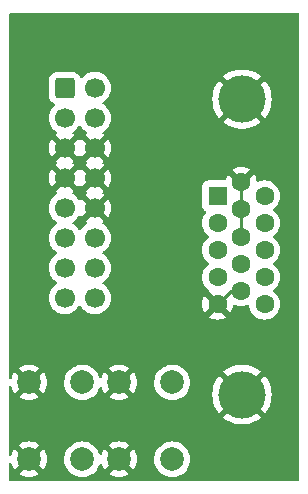
<source format=gbr>
%TF.GenerationSoftware,KiCad,Pcbnew,(7.0.0)*%
%TF.CreationDate,2023-03-04T23:02:33+00:00*%
%TF.ProjectId,VGA_ConnectorV2.kicad_pro,5647415f-436f-46e6-9e65-63746f725632,rev?*%
%TF.SameCoordinates,Original*%
%TF.FileFunction,Copper,L2,Bot*%
%TF.FilePolarity,Positive*%
%FSLAX46Y46*%
G04 Gerber Fmt 4.6, Leading zero omitted, Abs format (unit mm)*
G04 Created by KiCad (PCBNEW (7.0.0)) date 2023-03-04 23:02:33*
%MOMM*%
%LPD*%
G01*
G04 APERTURE LIST*
G04 Aperture macros list*
%AMRoundRect*
0 Rectangle with rounded corners*
0 $1 Rounding radius*
0 $2 $3 $4 $5 $6 $7 $8 $9 X,Y pos of 4 corners*
0 Add a 4 corners polygon primitive as box body*
4,1,4,$2,$3,$4,$5,$6,$7,$8,$9,$2,$3,0*
0 Add four circle primitives for the rounded corners*
1,1,$1+$1,$2,$3*
1,1,$1+$1,$4,$5*
1,1,$1+$1,$6,$7*
1,1,$1+$1,$8,$9*
0 Add four rect primitives between the rounded corners*
20,1,$1+$1,$2,$3,$4,$5,0*
20,1,$1+$1,$4,$5,$6,$7,0*
20,1,$1+$1,$6,$7,$8,$9,0*
20,1,$1+$1,$8,$9,$2,$3,0*%
G04 Aperture macros list end*
%TA.AperFunction,ComponentPad*%
%ADD10C,2.000000*%
%TD*%
%TA.AperFunction,ComponentPad*%
%ADD11RoundRect,0.250000X-0.600000X-0.600000X0.600000X-0.600000X0.600000X0.600000X-0.600000X0.600000X0*%
%TD*%
%TA.AperFunction,ComponentPad*%
%ADD12C,1.700000*%
%TD*%
%TA.AperFunction,ComponentPad*%
%ADD13C,1.600000*%
%TD*%
%TA.AperFunction,ComponentPad*%
%ADD14R,1.600000X1.600000*%
%TD*%
%TA.AperFunction,ComponentPad*%
%ADD15C,4.000000*%
%TD*%
%TA.AperFunction,Conductor*%
%ADD16C,0.250000*%
%TD*%
G04 APERTURE END LIST*
D10*
%TO.P,SW2,1,A*%
%TO.N,/~{PICO_RST}*%
X151838000Y-101289000D03*
X151838000Y-94789000D03*
%TO.P,SW2,2,B*%
%TO.N,GND*%
X147338000Y-101289000D03*
X147338000Y-94789000D03*
%TD*%
%TO.P,SW1,1,A*%
%TO.N,/~{SCR_CAP}*%
X144218000Y-101289000D03*
X144218000Y-94789000D03*
%TO.P,SW1,2,B*%
%TO.N,GND*%
X139718000Y-101289000D03*
X139718000Y-94789000D03*
%TD*%
D11*
%TO.P,J1,1,Pin_1*%
%TO.N,/VGA_RED*%
X142746000Y-69850000D03*
D12*
%TO.P,J1,2,Pin_2*%
%TO.N,/VGA_GREEN*%
X145286000Y-69850000D03*
%TO.P,J1,3,Pin_3*%
%TO.N,/VGA_BLUE*%
X142746000Y-72390000D03*
%TO.P,J1,4,Pin_4*%
%TO.N,unconnected-(J1-Pin_4-Pad4)*%
X145286000Y-72390000D03*
%TO.P,J1,5,Pin_5*%
%TO.N,GND*%
X142746000Y-74930000D03*
%TO.P,J1,6,Pin_6*%
X145286000Y-74930000D03*
%TO.P,J1,7,Pin_7*%
X142746000Y-77470000D03*
%TO.P,J1,8,Pin_8*%
X145286000Y-77470000D03*
%TO.P,J1,9,Pin_9*%
%TO.N,/~{SCR_CAP}*%
X142746000Y-80010000D03*
%TO.P,J1,10,Pin_10*%
%TO.N,GND*%
X145286000Y-80010000D03*
%TO.P,J1,11,Pin_11*%
%TO.N,unconnected-(J1-Pin_11-Pad11)*%
X142746000Y-82550000D03*
%TO.P,J1,12,Pin_12*%
%TO.N,/~{PICO_RST}*%
X145286000Y-82550000D03*
%TO.P,J1,13,Pin_13*%
%TO.N,/HSYNC*%
X142746000Y-85090000D03*
%TO.P,J1,14,Pin_14*%
%TO.N,/VSYNC*%
X145286000Y-85090000D03*
%TO.P,J1,15,Pin_15*%
%TO.N,unconnected-(J1-Pin_15-Pad15)*%
X142746000Y-87630000D03*
%TO.P,J1,16,Pin_16*%
%TO.N,unconnected-(J1-Pin_16-Pad16)*%
X145286000Y-87630000D03*
%TD*%
D13*
%TO.P,J2,15*%
%TO.N,unconnected-(J2-Pad15)*%
X159662000Y-88154000D03*
%TO.P,J2,14*%
%TO.N,/VSYNC*%
X159662000Y-85864000D03*
%TO.P,J2,13*%
%TO.N,/HSYNC*%
X159662000Y-83574000D03*
%TO.P,J2,12*%
%TO.N,unconnected-(J2-Pad12)*%
X159662000Y-81284000D03*
%TO.P,J2,11*%
%TO.N,unconnected-(J2-Pad11)*%
X159662000Y-78994000D03*
%TO.P,J2,10*%
%TO.N,GND*%
X157682000Y-87009000D03*
%TO.P,J2,9*%
%TO.N,unconnected-(J2-Pad9)*%
X157682000Y-84719000D03*
%TO.P,J2,8*%
%TO.N,GND*%
X157682000Y-82429000D03*
%TO.P,J2,7*%
X157682000Y-80139000D03*
%TO.P,J2,6*%
X157682000Y-77849000D03*
%TO.P,J2,5*%
X155702000Y-88154000D03*
%TO.P,J2,4*%
%TO.N,unconnected-(J2-Pad4)*%
X155702000Y-85864000D03*
%TO.P,J2,3*%
%TO.N,/VGA_BLUE*%
X155702000Y-83574000D03*
%TO.P,J2,2*%
%TO.N,/VGA_GREEN*%
X155702000Y-81284000D03*
D14*
%TO.P,J2,1*%
%TO.N,/VGA_RED*%
X155701999Y-78993999D03*
D15*
%TO.P,J2,0*%
%TO.N,GND*%
X157752000Y-70809000D03*
X157752000Y-95809000D03*
%TD*%
D16*
%TO.N,GND*%
X149243000Y-85922000D02*
X149243000Y-83967000D01*
X150324000Y-87003000D02*
X149243000Y-85922000D01*
X154551000Y-87003000D02*
X150324000Y-87003000D01*
X149243000Y-83967000D02*
X145286000Y-80010000D01*
X155702000Y-88154000D02*
X154551000Y-87003000D01*
X142968000Y-98039000D02*
X139718000Y-101289000D01*
X144088000Y-98039000D02*
X147338000Y-94789000D01*
X142968000Y-98039000D02*
X139718000Y-94789000D01*
X144088000Y-98039000D02*
X142968000Y-98039000D01*
X147338000Y-101289000D02*
X144088000Y-98039000D01*
X147338000Y-94789000D02*
X150588000Y-98039000D01*
X147338000Y-101289000D02*
X150588000Y-98039000D01*
X155857000Y-97704000D02*
X157752000Y-95809000D01*
X155522000Y-98039000D02*
X155857000Y-97704000D01*
X150588000Y-98039000D02*
X155522000Y-98039000D01*
X156033000Y-76200000D02*
X157682000Y-77849000D01*
X146556000Y-76200000D02*
X156033000Y-76200000D01*
X146556000Y-76200000D02*
X145286000Y-74930000D01*
X145286000Y-77470000D02*
X146556000Y-76200000D01*
X145286000Y-77470000D02*
X144016000Y-78740000D01*
X144016000Y-78740000D02*
X142746000Y-77470000D01*
X145286000Y-80010000D02*
X144016000Y-78740000D01*
X142746000Y-74930000D02*
X145286000Y-77470000D01*
X142746000Y-77470000D02*
X145286000Y-74930000D01*
X157682000Y-80139000D02*
X157682000Y-82429000D01*
X160292000Y-73349000D02*
X157752000Y-70809000D01*
X160292000Y-75239000D02*
X160292000Y-73349000D01*
X157682000Y-87009000D02*
X156847000Y-87009000D01*
X157682000Y-77849000D02*
X160292000Y-75239000D01*
X156847000Y-87009000D02*
X155702000Y-88154000D01*
X157682000Y-77849000D02*
X157682000Y-80139000D01*
X155702000Y-88154000D02*
X154450000Y-89406000D01*
X154450000Y-89406000D02*
X154450000Y-92507000D01*
X154450000Y-92507000D02*
X157752000Y-95809000D01*
%TD*%
%TA.AperFunction,Conductor*%
%TO.N,GND*%
G36*
X162548500Y-63526381D02*
G01*
X162594619Y-63572500D01*
X162611500Y-63635500D01*
X162611500Y-102982500D01*
X162594619Y-103045500D01*
X162548500Y-103091619D01*
X162485500Y-103108500D01*
X138138500Y-103108500D01*
X138075500Y-103091619D01*
X138029381Y-103045500D01*
X138012500Y-102982500D01*
X138012500Y-102521619D01*
X138848183Y-102521619D01*
X138856286Y-102529565D01*
X139027044Y-102634206D01*
X139035839Y-102638687D01*
X139245987Y-102725733D01*
X139255373Y-102728783D01*
X139476554Y-102781884D01*
X139486300Y-102783428D01*
X139713070Y-102801275D01*
X139722930Y-102801275D01*
X139949699Y-102783428D01*
X139959445Y-102781884D01*
X140180626Y-102728783D01*
X140190012Y-102725733D01*
X140400162Y-102638686D01*
X140408957Y-102634205D01*
X140579708Y-102529568D01*
X140587814Y-102521619D01*
X140581787Y-102511997D01*
X139729729Y-101659939D01*
X139717999Y-101653167D01*
X139706271Y-101659938D01*
X138854208Y-102512000D01*
X138848183Y-102521619D01*
X138012500Y-102521619D01*
X138012500Y-101709408D01*
X138026992Y-101650741D01*
X138067133Y-101605568D01*
X138123690Y-101584281D01*
X138183654Y-101591777D01*
X138233232Y-101626330D01*
X138261019Y-101679994D01*
X138278216Y-101751626D01*
X138281266Y-101761012D01*
X138368312Y-101971160D01*
X138372793Y-101979955D01*
X138477433Y-102150712D01*
X138485379Y-102158816D01*
X138494997Y-102152791D01*
X139347059Y-101300730D01*
X139353832Y-101288999D01*
X140082167Y-101288999D01*
X140088939Y-101300729D01*
X140940997Y-102152787D01*
X140950619Y-102158814D01*
X140958568Y-102150708D01*
X141063205Y-101979957D01*
X141067686Y-101971162D01*
X141154733Y-101761012D01*
X141157783Y-101751626D01*
X141210884Y-101530445D01*
X141212428Y-101520699D01*
X141230275Y-101293930D01*
X141230275Y-101289000D01*
X142704835Y-101289000D01*
X142705223Y-101293930D01*
X142723076Y-101520777D01*
X142723077Y-101520785D01*
X142723465Y-101525711D01*
X142724619Y-101530519D01*
X142724620Y-101530523D01*
X142777739Y-101751781D01*
X142777740Y-101751786D01*
X142778895Y-101756594D01*
X142869760Y-101975963D01*
X142993824Y-102178416D01*
X143148031Y-102358969D01*
X143328584Y-102513176D01*
X143531037Y-102637240D01*
X143750406Y-102728105D01*
X143981289Y-102783535D01*
X144218000Y-102802165D01*
X144454711Y-102783535D01*
X144685594Y-102728105D01*
X144904963Y-102637240D01*
X145093638Y-102521619D01*
X146468183Y-102521619D01*
X146476286Y-102529565D01*
X146647044Y-102634206D01*
X146655839Y-102638687D01*
X146865987Y-102725733D01*
X146875373Y-102728783D01*
X147096554Y-102781884D01*
X147106300Y-102783428D01*
X147333070Y-102801275D01*
X147342930Y-102801275D01*
X147569699Y-102783428D01*
X147579445Y-102781884D01*
X147800626Y-102728783D01*
X147810012Y-102725733D01*
X148020162Y-102638686D01*
X148028957Y-102634205D01*
X148199708Y-102529568D01*
X148207814Y-102521619D01*
X148201787Y-102511997D01*
X147349729Y-101659939D01*
X147337999Y-101653167D01*
X147326271Y-101659938D01*
X146474208Y-102512000D01*
X146468183Y-102521619D01*
X145093638Y-102521619D01*
X145107416Y-102513176D01*
X145287969Y-102358969D01*
X145442176Y-102178416D01*
X145566240Y-101975963D01*
X145657105Y-101756594D01*
X145658262Y-101751771D01*
X145658428Y-101751263D01*
X145692006Y-101698348D01*
X145746923Y-101668154D01*
X145809593Y-101668151D01*
X145864512Y-101698340D01*
X145898094Y-101751253D01*
X145901262Y-101761002D01*
X145988312Y-101971160D01*
X145992793Y-101979955D01*
X146097433Y-102150712D01*
X146105379Y-102158816D01*
X146114997Y-102152791D01*
X146967059Y-101300730D01*
X146973832Y-101288999D01*
X147702167Y-101288999D01*
X147708939Y-101300729D01*
X148560997Y-102152787D01*
X148570619Y-102158814D01*
X148578568Y-102150708D01*
X148683205Y-101979957D01*
X148687686Y-101971162D01*
X148774733Y-101761012D01*
X148777783Y-101751626D01*
X148830884Y-101530445D01*
X148832428Y-101520699D01*
X148850275Y-101293930D01*
X148850275Y-101289000D01*
X150324835Y-101289000D01*
X150325223Y-101293930D01*
X150343076Y-101520777D01*
X150343077Y-101520785D01*
X150343465Y-101525711D01*
X150344619Y-101530519D01*
X150344620Y-101530523D01*
X150397739Y-101751781D01*
X150397740Y-101751786D01*
X150398895Y-101756594D01*
X150489760Y-101975963D01*
X150613824Y-102178416D01*
X150768031Y-102358969D01*
X150948584Y-102513176D01*
X151151037Y-102637240D01*
X151370406Y-102728105D01*
X151601289Y-102783535D01*
X151838000Y-102802165D01*
X152074711Y-102783535D01*
X152305594Y-102728105D01*
X152524963Y-102637240D01*
X152727416Y-102513176D01*
X152907969Y-102358969D01*
X153062176Y-102178416D01*
X153186240Y-101975963D01*
X153277105Y-101756594D01*
X153332535Y-101525711D01*
X153351165Y-101289000D01*
X153332535Y-101052289D01*
X153277105Y-100821406D01*
X153186240Y-100602037D01*
X153062176Y-100399584D01*
X152907969Y-100219031D01*
X152904213Y-100215823D01*
X152731175Y-100068034D01*
X152731171Y-100068031D01*
X152727416Y-100064824D01*
X152524963Y-99940760D01*
X152505440Y-99932673D01*
X152310167Y-99851789D01*
X152310164Y-99851788D01*
X152305594Y-99849895D01*
X152300786Y-99848740D01*
X152300781Y-99848739D01*
X152079523Y-99795620D01*
X152079519Y-99795619D01*
X152074711Y-99794465D01*
X152069785Y-99794077D01*
X152069777Y-99794076D01*
X151842930Y-99776223D01*
X151838000Y-99775835D01*
X151833070Y-99776223D01*
X151606222Y-99794076D01*
X151606212Y-99794077D01*
X151601289Y-99794465D01*
X151596482Y-99795619D01*
X151596476Y-99795620D01*
X151375218Y-99848739D01*
X151375209Y-99848741D01*
X151370406Y-99849895D01*
X151365838Y-99851786D01*
X151365832Y-99851789D01*
X151155611Y-99938865D01*
X151155606Y-99938867D01*
X151151037Y-99940760D01*
X151146817Y-99943345D01*
X151146817Y-99943346D01*
X150952798Y-100062241D01*
X150952792Y-100062245D01*
X150948584Y-100064824D01*
X150944834Y-100068026D01*
X150944824Y-100068034D01*
X150771786Y-100215823D01*
X150771779Y-100215829D01*
X150768031Y-100219031D01*
X150764829Y-100222779D01*
X150764823Y-100222786D01*
X150617034Y-100395824D01*
X150617026Y-100395834D01*
X150613824Y-100399584D01*
X150611245Y-100403792D01*
X150611241Y-100403798D01*
X150596848Y-100427286D01*
X150489760Y-100602037D01*
X150487867Y-100606606D01*
X150487865Y-100606611D01*
X150400789Y-100816832D01*
X150400786Y-100816838D01*
X150398895Y-100821406D01*
X150397741Y-100826209D01*
X150397739Y-100826218D01*
X150357526Y-100993719D01*
X150343465Y-101052289D01*
X150343077Y-101057212D01*
X150343076Y-101057222D01*
X150325758Y-101277270D01*
X150324835Y-101289000D01*
X148850275Y-101289000D01*
X148850275Y-101284070D01*
X148832428Y-101057300D01*
X148830884Y-101047554D01*
X148777783Y-100826373D01*
X148774733Y-100816987D01*
X148687687Y-100606839D01*
X148683206Y-100598044D01*
X148578565Y-100427286D01*
X148570619Y-100419183D01*
X148561000Y-100425208D01*
X147708938Y-101277271D01*
X147702167Y-101288999D01*
X146973832Y-101288999D01*
X146967060Y-101277270D01*
X146114999Y-100425209D01*
X146105378Y-100419183D01*
X146097433Y-100427285D01*
X145992793Y-100598044D01*
X145988312Y-100606839D01*
X145901266Y-100816987D01*
X145898094Y-100826749D01*
X145864511Y-100879660D01*
X145809592Y-100909848D01*
X145746923Y-100909845D01*
X145692007Y-100879652D01*
X145658429Y-100826739D01*
X145658260Y-100826218D01*
X145657105Y-100821406D01*
X145566240Y-100602037D01*
X145442176Y-100399584D01*
X145287969Y-100219031D01*
X145284213Y-100215823D01*
X145111175Y-100068034D01*
X145111171Y-100068031D01*
X145107416Y-100064824D01*
X145093633Y-100056378D01*
X146468183Y-100056378D01*
X146474209Y-100065999D01*
X147326270Y-100918060D01*
X147337999Y-100924832D01*
X147349730Y-100918059D01*
X148201791Y-100065997D01*
X148207816Y-100056379D01*
X148199712Y-100048433D01*
X148028955Y-99943793D01*
X148020160Y-99939312D01*
X147810012Y-99852266D01*
X147800626Y-99849216D01*
X147579445Y-99796115D01*
X147569699Y-99794571D01*
X147342930Y-99776725D01*
X147333070Y-99776725D01*
X147106300Y-99794571D01*
X147096554Y-99796115D01*
X146875373Y-99849216D01*
X146865987Y-99852266D01*
X146655839Y-99939312D01*
X146647044Y-99943793D01*
X146476285Y-100048433D01*
X146468183Y-100056378D01*
X145093633Y-100056378D01*
X144904963Y-99940760D01*
X144885440Y-99932673D01*
X144690167Y-99851789D01*
X144690164Y-99851788D01*
X144685594Y-99849895D01*
X144680786Y-99848740D01*
X144680781Y-99848739D01*
X144459523Y-99795620D01*
X144459519Y-99795619D01*
X144454711Y-99794465D01*
X144449785Y-99794077D01*
X144449777Y-99794076D01*
X144222930Y-99776223D01*
X144218000Y-99775835D01*
X144213070Y-99776223D01*
X143986222Y-99794076D01*
X143986212Y-99794077D01*
X143981289Y-99794465D01*
X143976482Y-99795619D01*
X143976476Y-99795620D01*
X143755218Y-99848739D01*
X143755209Y-99848741D01*
X143750406Y-99849895D01*
X143745838Y-99851786D01*
X143745832Y-99851789D01*
X143535611Y-99938865D01*
X143535606Y-99938867D01*
X143531037Y-99940760D01*
X143526817Y-99943345D01*
X143526817Y-99943346D01*
X143332798Y-100062241D01*
X143332792Y-100062245D01*
X143328584Y-100064824D01*
X143324834Y-100068026D01*
X143324824Y-100068034D01*
X143151786Y-100215823D01*
X143151779Y-100215829D01*
X143148031Y-100219031D01*
X143144829Y-100222779D01*
X143144823Y-100222786D01*
X142997034Y-100395824D01*
X142997026Y-100395834D01*
X142993824Y-100399584D01*
X142991245Y-100403792D01*
X142991241Y-100403798D01*
X142976848Y-100427286D01*
X142869760Y-100602037D01*
X142867867Y-100606606D01*
X142867865Y-100606611D01*
X142780789Y-100816832D01*
X142780786Y-100816838D01*
X142778895Y-100821406D01*
X142777741Y-100826209D01*
X142777739Y-100826218D01*
X142737526Y-100993719D01*
X142723465Y-101052289D01*
X142723077Y-101057212D01*
X142723076Y-101057222D01*
X142705758Y-101277270D01*
X142704835Y-101289000D01*
X141230275Y-101289000D01*
X141230275Y-101284070D01*
X141212428Y-101057300D01*
X141210884Y-101047554D01*
X141157783Y-100826373D01*
X141154733Y-100816987D01*
X141067687Y-100606839D01*
X141063206Y-100598044D01*
X140958565Y-100427286D01*
X140950619Y-100419183D01*
X140941000Y-100425208D01*
X140088938Y-101277271D01*
X140082167Y-101288999D01*
X139353832Y-101288999D01*
X139347060Y-101277270D01*
X138494999Y-100425209D01*
X138485378Y-100419183D01*
X138477433Y-100427285D01*
X138372793Y-100598044D01*
X138368312Y-100606839D01*
X138281266Y-100816987D01*
X138278216Y-100826373D01*
X138261019Y-100898006D01*
X138233232Y-100951670D01*
X138183654Y-100986223D01*
X138123690Y-100993719D01*
X138067133Y-100972432D01*
X138026992Y-100927259D01*
X138012500Y-100868592D01*
X138012500Y-100056378D01*
X138848183Y-100056378D01*
X138854209Y-100065999D01*
X139706270Y-100918060D01*
X139717999Y-100924832D01*
X139729730Y-100918059D01*
X140581791Y-100065997D01*
X140587816Y-100056379D01*
X140579712Y-100048433D01*
X140408955Y-99943793D01*
X140400160Y-99939312D01*
X140190012Y-99852266D01*
X140180626Y-99849216D01*
X139959445Y-99796115D01*
X139949699Y-99794571D01*
X139722930Y-99776725D01*
X139713070Y-99776725D01*
X139486300Y-99794571D01*
X139476554Y-99796115D01*
X139255373Y-99849216D01*
X139245987Y-99852266D01*
X139035839Y-99939312D01*
X139027044Y-99943793D01*
X138856285Y-100048433D01*
X138848183Y-100056378D01*
X138012500Y-100056378D01*
X138012500Y-97755400D01*
X156168182Y-97755400D01*
X156175573Y-97763718D01*
X156402280Y-97928429D01*
X156408961Y-97932669D01*
X156678572Y-98080889D01*
X156685707Y-98084247D01*
X156971769Y-98197507D01*
X156979295Y-98199952D01*
X157277278Y-98276462D01*
X157285050Y-98277944D01*
X157590278Y-98316503D01*
X157598169Y-98317000D01*
X157905831Y-98317000D01*
X157913721Y-98316503D01*
X158218949Y-98277944D01*
X158226721Y-98276462D01*
X158524704Y-98199952D01*
X158532230Y-98197507D01*
X158818292Y-98084247D01*
X158825427Y-98080889D01*
X159095038Y-97932669D01*
X159101719Y-97928429D01*
X159328426Y-97763717D01*
X159335817Y-97755400D01*
X159329815Y-97746025D01*
X157763729Y-96179939D01*
X157751999Y-96173167D01*
X157740270Y-96179939D01*
X156174183Y-97746025D01*
X156168182Y-97755400D01*
X138012500Y-97755400D01*
X138012500Y-96021619D01*
X138848183Y-96021619D01*
X138856286Y-96029565D01*
X139027044Y-96134206D01*
X139035839Y-96138687D01*
X139245987Y-96225733D01*
X139255373Y-96228783D01*
X139476554Y-96281884D01*
X139486300Y-96283428D01*
X139713070Y-96301275D01*
X139722930Y-96301275D01*
X139949699Y-96283428D01*
X139959445Y-96281884D01*
X140180626Y-96228783D01*
X140190012Y-96225733D01*
X140400162Y-96138686D01*
X140408957Y-96134205D01*
X140579708Y-96029568D01*
X140587814Y-96021619D01*
X140581787Y-96011997D01*
X139729729Y-95159939D01*
X139717999Y-95153167D01*
X139706271Y-95159938D01*
X138854208Y-96012000D01*
X138848183Y-96021619D01*
X138012500Y-96021619D01*
X138012500Y-95209408D01*
X138026992Y-95150741D01*
X138067133Y-95105568D01*
X138123690Y-95084281D01*
X138183654Y-95091777D01*
X138233232Y-95126330D01*
X138261019Y-95179994D01*
X138278216Y-95251626D01*
X138281266Y-95261012D01*
X138368312Y-95471160D01*
X138372793Y-95479955D01*
X138477433Y-95650712D01*
X138485379Y-95658816D01*
X138494997Y-95652791D01*
X139347059Y-94800730D01*
X139353832Y-94788999D01*
X140082167Y-94788999D01*
X140088939Y-94800729D01*
X140940997Y-95652787D01*
X140950619Y-95658814D01*
X140958568Y-95650708D01*
X141063205Y-95479957D01*
X141067686Y-95471162D01*
X141154733Y-95261012D01*
X141157783Y-95251626D01*
X141210884Y-95030445D01*
X141212428Y-95020699D01*
X141230275Y-94793930D01*
X141230275Y-94789000D01*
X142704835Y-94789000D01*
X142705223Y-94793930D01*
X142723076Y-95020777D01*
X142723077Y-95020785D01*
X142723465Y-95025711D01*
X142724619Y-95030519D01*
X142724620Y-95030523D01*
X142777739Y-95251781D01*
X142777740Y-95251786D01*
X142778895Y-95256594D01*
X142869760Y-95475963D01*
X142993824Y-95678416D01*
X143148031Y-95858969D01*
X143328584Y-96013176D01*
X143531037Y-96137240D01*
X143750406Y-96228105D01*
X143981289Y-96283535D01*
X144218000Y-96302165D01*
X144454711Y-96283535D01*
X144685594Y-96228105D01*
X144904963Y-96137240D01*
X145093638Y-96021619D01*
X146468183Y-96021619D01*
X146476286Y-96029565D01*
X146647044Y-96134206D01*
X146655839Y-96138687D01*
X146865987Y-96225733D01*
X146875373Y-96228783D01*
X147096554Y-96281884D01*
X147106300Y-96283428D01*
X147333070Y-96301275D01*
X147342930Y-96301275D01*
X147569699Y-96283428D01*
X147579445Y-96281884D01*
X147800626Y-96228783D01*
X147810012Y-96225733D01*
X148020162Y-96138686D01*
X148028957Y-96134205D01*
X148199708Y-96029568D01*
X148207814Y-96021619D01*
X148201787Y-96011997D01*
X147349729Y-95159939D01*
X147337999Y-95153167D01*
X147326271Y-95159938D01*
X146474208Y-96012000D01*
X146468183Y-96021619D01*
X145093638Y-96021619D01*
X145107416Y-96013176D01*
X145287969Y-95858969D01*
X145442176Y-95678416D01*
X145566240Y-95475963D01*
X145657105Y-95256594D01*
X145658262Y-95251771D01*
X145658428Y-95251263D01*
X145692006Y-95198348D01*
X145746923Y-95168154D01*
X145809593Y-95168151D01*
X145864512Y-95198340D01*
X145898094Y-95251253D01*
X145901262Y-95261002D01*
X145988312Y-95471160D01*
X145992793Y-95479955D01*
X146097433Y-95650712D01*
X146105379Y-95658816D01*
X146114997Y-95652791D01*
X146967059Y-94800730D01*
X146973832Y-94788999D01*
X147702167Y-94788999D01*
X147708939Y-94800729D01*
X148560997Y-95652787D01*
X148570619Y-95658814D01*
X148578568Y-95650708D01*
X148683205Y-95479957D01*
X148687686Y-95471162D01*
X148774733Y-95261012D01*
X148777783Y-95251626D01*
X148830884Y-95030445D01*
X148832428Y-95020699D01*
X148850275Y-94793930D01*
X148850275Y-94789000D01*
X150324835Y-94789000D01*
X150325223Y-94793930D01*
X150343076Y-95020777D01*
X150343077Y-95020785D01*
X150343465Y-95025711D01*
X150344619Y-95030519D01*
X150344620Y-95030523D01*
X150397739Y-95251781D01*
X150397740Y-95251786D01*
X150398895Y-95256594D01*
X150489760Y-95475963D01*
X150613824Y-95678416D01*
X150768031Y-95858969D01*
X150948584Y-96013176D01*
X151151037Y-96137240D01*
X151370406Y-96228105D01*
X151601289Y-96283535D01*
X151838000Y-96302165D01*
X152074711Y-96283535D01*
X152305594Y-96228105D01*
X152524963Y-96137240D01*
X152727416Y-96013176D01*
X152907969Y-95858969D01*
X152947266Y-95812958D01*
X155239290Y-95812958D01*
X155258606Y-96119994D01*
X155259599Y-96127855D01*
X155317245Y-96430046D01*
X155319216Y-96437723D01*
X155414284Y-96730309D01*
X155417199Y-96737672D01*
X155548189Y-97016040D01*
X155552001Y-97022974D01*
X155716847Y-97282730D01*
X155721500Y-97289135D01*
X155796826Y-97380187D01*
X155808309Y-97388079D01*
X155820486Y-97381302D01*
X157381060Y-95820729D01*
X157387832Y-95809000D01*
X158116167Y-95809000D01*
X158122939Y-95820729D01*
X159683513Y-97381303D01*
X159695688Y-97388080D01*
X159707172Y-97380187D01*
X159782499Y-97289135D01*
X159787152Y-97282730D01*
X159951998Y-97022974D01*
X159955810Y-97016040D01*
X160086800Y-96737672D01*
X160089715Y-96730309D01*
X160184783Y-96437723D01*
X160186754Y-96430046D01*
X160244400Y-96127855D01*
X160245393Y-96119994D01*
X160264710Y-95812958D01*
X160264710Y-95805042D01*
X160245393Y-95498005D01*
X160244400Y-95490144D01*
X160186754Y-95187953D01*
X160184783Y-95180276D01*
X160089715Y-94887690D01*
X160086800Y-94880327D01*
X159955810Y-94601959D01*
X159951998Y-94595025D01*
X159787152Y-94335269D01*
X159782499Y-94328864D01*
X159707172Y-94237811D01*
X159695689Y-94229919D01*
X159683512Y-94236696D01*
X158122939Y-95797270D01*
X158116167Y-95809000D01*
X157387832Y-95809000D01*
X157381060Y-95797270D01*
X155820486Y-94236696D01*
X155808310Y-94229919D01*
X155796825Y-94237812D01*
X155721495Y-94328870D01*
X155716850Y-94335263D01*
X155552001Y-94595025D01*
X155548189Y-94601959D01*
X155417199Y-94880327D01*
X155414284Y-94887690D01*
X155319216Y-95180276D01*
X155317245Y-95187953D01*
X155259599Y-95490144D01*
X155258606Y-95498005D01*
X155239290Y-95805042D01*
X155239290Y-95812958D01*
X152947266Y-95812958D01*
X153062176Y-95678416D01*
X153186240Y-95475963D01*
X153277105Y-95256594D01*
X153332535Y-95025711D01*
X153351165Y-94789000D01*
X153332535Y-94552289D01*
X153277105Y-94321406D01*
X153186240Y-94102037D01*
X153062176Y-93899584D01*
X153030587Y-93862598D01*
X156168181Y-93862598D01*
X156174183Y-93871973D01*
X157740270Y-95438060D01*
X157752000Y-95444832D01*
X157763729Y-95438060D01*
X159329815Y-93871973D01*
X159335816Y-93862598D01*
X159328425Y-93854280D01*
X159101719Y-93689570D01*
X159095038Y-93685330D01*
X158825427Y-93537110D01*
X158818292Y-93533752D01*
X158532230Y-93420492D01*
X158524704Y-93418047D01*
X158226721Y-93341537D01*
X158218949Y-93340055D01*
X157913721Y-93301496D01*
X157905831Y-93301000D01*
X157598169Y-93301000D01*
X157590278Y-93301496D01*
X157285050Y-93340055D01*
X157277278Y-93341537D01*
X156979295Y-93418047D01*
X156971769Y-93420492D01*
X156685707Y-93533752D01*
X156678572Y-93537110D01*
X156408961Y-93685330D01*
X156402280Y-93689570D01*
X156175572Y-93854281D01*
X156168181Y-93862598D01*
X153030587Y-93862598D01*
X152907969Y-93719031D01*
X152868510Y-93685330D01*
X152731175Y-93568034D01*
X152731171Y-93568031D01*
X152727416Y-93564824D01*
X152524963Y-93440760D01*
X152470129Y-93418047D01*
X152310167Y-93351789D01*
X152310164Y-93351788D01*
X152305594Y-93349895D01*
X152300786Y-93348740D01*
X152300781Y-93348739D01*
X152079523Y-93295620D01*
X152079519Y-93295619D01*
X152074711Y-93294465D01*
X152069785Y-93294077D01*
X152069777Y-93294076D01*
X151842930Y-93276223D01*
X151838000Y-93275835D01*
X151833070Y-93276223D01*
X151606222Y-93294076D01*
X151606212Y-93294077D01*
X151601289Y-93294465D01*
X151596482Y-93295619D01*
X151596476Y-93295620D01*
X151375218Y-93348739D01*
X151375209Y-93348741D01*
X151370406Y-93349895D01*
X151365838Y-93351786D01*
X151365832Y-93351789D01*
X151155611Y-93438865D01*
X151155606Y-93438867D01*
X151151037Y-93440760D01*
X151146817Y-93443345D01*
X151146817Y-93443346D01*
X150952798Y-93562241D01*
X150952792Y-93562245D01*
X150948584Y-93564824D01*
X150944834Y-93568026D01*
X150944824Y-93568034D01*
X150771786Y-93715823D01*
X150771779Y-93715829D01*
X150768031Y-93719031D01*
X150764829Y-93722779D01*
X150764823Y-93722786D01*
X150617034Y-93895824D01*
X150617026Y-93895834D01*
X150613824Y-93899584D01*
X150611245Y-93903792D01*
X150611241Y-93903798D01*
X150596848Y-93927286D01*
X150489760Y-94102037D01*
X150487867Y-94106606D01*
X150487865Y-94106611D01*
X150400789Y-94316832D01*
X150400786Y-94316838D01*
X150398895Y-94321406D01*
X150397741Y-94326209D01*
X150397739Y-94326218D01*
X150357526Y-94493719D01*
X150343465Y-94552289D01*
X150343077Y-94557212D01*
X150343076Y-94557222D01*
X150325758Y-94777270D01*
X150324835Y-94789000D01*
X148850275Y-94789000D01*
X148850275Y-94784070D01*
X148832428Y-94557300D01*
X148830884Y-94547554D01*
X148777783Y-94326373D01*
X148774733Y-94316987D01*
X148687687Y-94106839D01*
X148683206Y-94098044D01*
X148578565Y-93927286D01*
X148570619Y-93919183D01*
X148561000Y-93925208D01*
X147708938Y-94777271D01*
X147702167Y-94788999D01*
X146973832Y-94788999D01*
X146967060Y-94777270D01*
X146114999Y-93925209D01*
X146105378Y-93919183D01*
X146097433Y-93927285D01*
X145992793Y-94098044D01*
X145988312Y-94106839D01*
X145901266Y-94316987D01*
X145898094Y-94326749D01*
X145864511Y-94379660D01*
X145809592Y-94409848D01*
X145746923Y-94409845D01*
X145692007Y-94379652D01*
X145658429Y-94326739D01*
X145658260Y-94326218D01*
X145657105Y-94321406D01*
X145566240Y-94102037D01*
X145442176Y-93899584D01*
X145287969Y-93719031D01*
X145248510Y-93685330D01*
X145111175Y-93568034D01*
X145111171Y-93568031D01*
X145107416Y-93564824D01*
X145093633Y-93556378D01*
X146468183Y-93556378D01*
X146474209Y-93565999D01*
X147326270Y-94418060D01*
X147337999Y-94424832D01*
X147349730Y-94418059D01*
X148201791Y-93565997D01*
X148207816Y-93556379D01*
X148199712Y-93548433D01*
X148028955Y-93443793D01*
X148020160Y-93439312D01*
X147810012Y-93352266D01*
X147800626Y-93349216D01*
X147579445Y-93296115D01*
X147569699Y-93294571D01*
X147342930Y-93276725D01*
X147333070Y-93276725D01*
X147106300Y-93294571D01*
X147096554Y-93296115D01*
X146875373Y-93349216D01*
X146865987Y-93352266D01*
X146655839Y-93439312D01*
X146647044Y-93443793D01*
X146476285Y-93548433D01*
X146468183Y-93556378D01*
X145093633Y-93556378D01*
X144904963Y-93440760D01*
X144850129Y-93418047D01*
X144690167Y-93351789D01*
X144690164Y-93351788D01*
X144685594Y-93349895D01*
X144680786Y-93348740D01*
X144680781Y-93348739D01*
X144459523Y-93295620D01*
X144459519Y-93295619D01*
X144454711Y-93294465D01*
X144449785Y-93294077D01*
X144449777Y-93294076D01*
X144222930Y-93276223D01*
X144218000Y-93275835D01*
X144213070Y-93276223D01*
X143986222Y-93294076D01*
X143986212Y-93294077D01*
X143981289Y-93294465D01*
X143976482Y-93295619D01*
X143976476Y-93295620D01*
X143755218Y-93348739D01*
X143755209Y-93348741D01*
X143750406Y-93349895D01*
X143745838Y-93351786D01*
X143745832Y-93351789D01*
X143535611Y-93438865D01*
X143535606Y-93438867D01*
X143531037Y-93440760D01*
X143526817Y-93443345D01*
X143526817Y-93443346D01*
X143332798Y-93562241D01*
X143332792Y-93562245D01*
X143328584Y-93564824D01*
X143324834Y-93568026D01*
X143324824Y-93568034D01*
X143151786Y-93715823D01*
X143151779Y-93715829D01*
X143148031Y-93719031D01*
X143144829Y-93722779D01*
X143144823Y-93722786D01*
X142997034Y-93895824D01*
X142997026Y-93895834D01*
X142993824Y-93899584D01*
X142991245Y-93903792D01*
X142991241Y-93903798D01*
X142976848Y-93927286D01*
X142869760Y-94102037D01*
X142867867Y-94106606D01*
X142867865Y-94106611D01*
X142780789Y-94316832D01*
X142780786Y-94316838D01*
X142778895Y-94321406D01*
X142777741Y-94326209D01*
X142777739Y-94326218D01*
X142737526Y-94493719D01*
X142723465Y-94552289D01*
X142723077Y-94557212D01*
X142723076Y-94557222D01*
X142705758Y-94777270D01*
X142704835Y-94789000D01*
X141230275Y-94789000D01*
X141230275Y-94784070D01*
X141212428Y-94557300D01*
X141210884Y-94547554D01*
X141157783Y-94326373D01*
X141154733Y-94316987D01*
X141067687Y-94106839D01*
X141063206Y-94098044D01*
X140958565Y-93927286D01*
X140950619Y-93919183D01*
X140941000Y-93925208D01*
X140088938Y-94777271D01*
X140082167Y-94788999D01*
X139353832Y-94788999D01*
X139347060Y-94777270D01*
X138494999Y-93925209D01*
X138485378Y-93919183D01*
X138477433Y-93927285D01*
X138372793Y-94098044D01*
X138368312Y-94106839D01*
X138281266Y-94316987D01*
X138278216Y-94326373D01*
X138261019Y-94398006D01*
X138233232Y-94451670D01*
X138183654Y-94486223D01*
X138123690Y-94493719D01*
X138067133Y-94472432D01*
X138026992Y-94427259D01*
X138012500Y-94368592D01*
X138012500Y-93556378D01*
X138848183Y-93556378D01*
X138854209Y-93565999D01*
X139706270Y-94418060D01*
X139717999Y-94424832D01*
X139729730Y-94418059D01*
X140581791Y-93565997D01*
X140587816Y-93556379D01*
X140579712Y-93548433D01*
X140408955Y-93443793D01*
X140400160Y-93439312D01*
X140190012Y-93352266D01*
X140180626Y-93349216D01*
X139959445Y-93296115D01*
X139949699Y-93294571D01*
X139722930Y-93276725D01*
X139713070Y-93276725D01*
X139486300Y-93294571D01*
X139476554Y-93296115D01*
X139255373Y-93349216D01*
X139245987Y-93352266D01*
X139035839Y-93439312D01*
X139027044Y-93443793D01*
X138856285Y-93548433D01*
X138848183Y-93556378D01*
X138012500Y-93556378D01*
X138012500Y-89240770D01*
X154977860Y-89240770D01*
X154985414Y-89249014D01*
X155040996Y-89287933D01*
X155050482Y-89293410D01*
X155247946Y-89385489D01*
X155258238Y-89389235D01*
X155468687Y-89445625D01*
X155479480Y-89447528D01*
X155696525Y-89466517D01*
X155707475Y-89466517D01*
X155924519Y-89447528D01*
X155935312Y-89445625D01*
X156145761Y-89389235D01*
X156156053Y-89385489D01*
X156353510Y-89293413D01*
X156363006Y-89287931D01*
X156418586Y-89249013D01*
X156426138Y-89240771D01*
X156420128Y-89231338D01*
X155713729Y-88524939D01*
X155701999Y-88518167D01*
X155690271Y-88524938D01*
X154983867Y-89231341D01*
X154977860Y-89240770D01*
X138012500Y-89240770D01*
X138012500Y-87630000D01*
X141382844Y-87630000D01*
X141401436Y-87854368D01*
X141456704Y-88072616D01*
X141458797Y-88077389D01*
X141458799Y-88077393D01*
X141497547Y-88165730D01*
X141547140Y-88278791D01*
X141670278Y-88467268D01*
X141673806Y-88471100D01*
X141819227Y-88629069D01*
X141819231Y-88629073D01*
X141822760Y-88632906D01*
X142000424Y-88771189D01*
X142198426Y-88878342D01*
X142203355Y-88880034D01*
X142203357Y-88880035D01*
X142304895Y-88914892D01*
X142411365Y-88951444D01*
X142633431Y-88988500D01*
X142853358Y-88988500D01*
X142858569Y-88988500D01*
X143080635Y-88951444D01*
X143293574Y-88878342D01*
X143491576Y-88771189D01*
X143669240Y-88632906D01*
X143821722Y-88467268D01*
X143910518Y-88331354D01*
X143956030Y-88289457D01*
X144016000Y-88274271D01*
X144075970Y-88289457D01*
X144121481Y-88331354D01*
X144210278Y-88467268D01*
X144213806Y-88471100D01*
X144359227Y-88629069D01*
X144359231Y-88629073D01*
X144362760Y-88632906D01*
X144540424Y-88771189D01*
X144738426Y-88878342D01*
X144743355Y-88880034D01*
X144743357Y-88880035D01*
X144844895Y-88914892D01*
X144951365Y-88951444D01*
X145173431Y-88988500D01*
X145393358Y-88988500D01*
X145398569Y-88988500D01*
X145620635Y-88951444D01*
X145833574Y-88878342D01*
X146031576Y-88771189D01*
X146209240Y-88632906D01*
X146361722Y-88467268D01*
X146484860Y-88278791D01*
X146537196Y-88159475D01*
X154389483Y-88159475D01*
X154408471Y-88376519D01*
X154410374Y-88387312D01*
X154466764Y-88597761D01*
X154470510Y-88608053D01*
X154562587Y-88805513D01*
X154568066Y-88815002D01*
X154606985Y-88870586D01*
X154615228Y-88878138D01*
X154624656Y-88872132D01*
X155331059Y-88165730D01*
X155337832Y-88153999D01*
X155331060Y-88142270D01*
X154624659Y-87435869D01*
X154615227Y-87429860D01*
X154606985Y-87437413D01*
X154568067Y-87492995D01*
X154562587Y-87502485D01*
X154470510Y-87699946D01*
X154466764Y-87710238D01*
X154410374Y-87920687D01*
X154408471Y-87931480D01*
X154389483Y-88148525D01*
X154389483Y-88159475D01*
X146537196Y-88159475D01*
X146575296Y-88072616D01*
X146630564Y-87854368D01*
X146649156Y-87630000D01*
X146630564Y-87405632D01*
X146575296Y-87187384D01*
X146484860Y-86981209D01*
X146361722Y-86792732D01*
X146283996Y-86708300D01*
X146212772Y-86630930D01*
X146212767Y-86630925D01*
X146209240Y-86627094D01*
X146031576Y-86488811D01*
X146026997Y-86486333D01*
X146026994Y-86486331D01*
X145998318Y-86470812D01*
X145950047Y-86424494D01*
X145932289Y-86359996D01*
X145950050Y-86295499D01*
X145998321Y-86249185D01*
X146031576Y-86231189D01*
X146209240Y-86092906D01*
X146361722Y-85927268D01*
X146403057Y-85864000D01*
X154388502Y-85864000D01*
X154388981Y-85869475D01*
X154403243Y-86032498D01*
X154408457Y-86092087D01*
X154467716Y-86313243D01*
X154564477Y-86520749D01*
X154567630Y-86525252D01*
X154567633Y-86525257D01*
X154636696Y-86623888D01*
X154695802Y-86708300D01*
X154857700Y-86870198D01*
X154908525Y-86905786D01*
X154930747Y-86921346D01*
X154966666Y-86959977D01*
X154983624Y-87009928D01*
X154978646Y-87062443D01*
X154977376Y-87066468D01*
X154983869Y-87076659D01*
X156779338Y-88872128D01*
X156788771Y-88878138D01*
X156797013Y-88870586D01*
X156835931Y-88815006D01*
X156841413Y-88805510D01*
X156933489Y-88608053D01*
X156937235Y-88597761D01*
X156993625Y-88387312D01*
X156995528Y-88376519D01*
X157000389Y-88320955D01*
X157019642Y-88264236D01*
X157062909Y-88222816D01*
X157120414Y-88206055D01*
X157179160Y-88217740D01*
X157227946Y-88240489D01*
X157238238Y-88244235D01*
X157448687Y-88300625D01*
X157459480Y-88302528D01*
X157676525Y-88321517D01*
X157687475Y-88321517D01*
X157904519Y-88302528D01*
X157915312Y-88300625D01*
X158125761Y-88244235D01*
X158136053Y-88240489D01*
X158184357Y-88217965D01*
X158243102Y-88206280D01*
X158300607Y-88223041D01*
X158343874Y-88264460D01*
X158363128Y-88321178D01*
X158367969Y-88376519D01*
X158368457Y-88382087D01*
X158427716Y-88603243D01*
X158524477Y-88810749D01*
X158527630Y-88815252D01*
X158527633Y-88815257D01*
X158604123Y-88924496D01*
X158655802Y-88998300D01*
X158817700Y-89160198D01*
X159005251Y-89291523D01*
X159212757Y-89388284D01*
X159433913Y-89447543D01*
X159662000Y-89467498D01*
X159890087Y-89447543D01*
X160111243Y-89388284D01*
X160318749Y-89291523D01*
X160506300Y-89160198D01*
X160668198Y-88998300D01*
X160799523Y-88810749D01*
X160896284Y-88603243D01*
X160955543Y-88382087D01*
X160975498Y-88154000D01*
X160955543Y-87925913D01*
X160896284Y-87704757D01*
X160799523Y-87497251D01*
X160668198Y-87309700D01*
X160506300Y-87147802D01*
X160455472Y-87112211D01*
X160415981Y-87067181D01*
X160401744Y-87009000D01*
X160415981Y-86950819D01*
X160455472Y-86905788D01*
X160506300Y-86870198D01*
X160668198Y-86708300D01*
X160799523Y-86520749D01*
X160896284Y-86313243D01*
X160955543Y-86092087D01*
X160975498Y-85864000D01*
X160955543Y-85635913D01*
X160896284Y-85414757D01*
X160799523Y-85207251D01*
X160668198Y-85019700D01*
X160506300Y-84857802D01*
X160455472Y-84822211D01*
X160415981Y-84777181D01*
X160401744Y-84719000D01*
X160415981Y-84660819D01*
X160455472Y-84615788D01*
X160506300Y-84580198D01*
X160668198Y-84418300D01*
X160799523Y-84230749D01*
X160896284Y-84023243D01*
X160955543Y-83802087D01*
X160975498Y-83574000D01*
X160955543Y-83345913D01*
X160896284Y-83124757D01*
X160799523Y-82917251D01*
X160668198Y-82729700D01*
X160506300Y-82567802D01*
X160455472Y-82532211D01*
X160415981Y-82487181D01*
X160401744Y-82429000D01*
X160415981Y-82370819D01*
X160455472Y-82325788D01*
X160506300Y-82290198D01*
X160668198Y-82128300D01*
X160799523Y-81940749D01*
X160896284Y-81733243D01*
X160955543Y-81512087D01*
X160975498Y-81284000D01*
X160955543Y-81055913D01*
X160896284Y-80834757D01*
X160799523Y-80627251D01*
X160668198Y-80439700D01*
X160506300Y-80277802D01*
X160455472Y-80242211D01*
X160415981Y-80197181D01*
X160401744Y-80139000D01*
X160415981Y-80080819D01*
X160455472Y-80035788D01*
X160506300Y-80000198D01*
X160668198Y-79838300D01*
X160799523Y-79650749D01*
X160896284Y-79443243D01*
X160955543Y-79222087D01*
X160975498Y-78994000D01*
X160955543Y-78765913D01*
X160896284Y-78544757D01*
X160799523Y-78337251D01*
X160668198Y-78149700D01*
X160506300Y-77987802D01*
X160405503Y-77917223D01*
X160323257Y-77859633D01*
X160323252Y-77859630D01*
X160318749Y-77856477D01*
X160313761Y-77854151D01*
X160116225Y-77762039D01*
X160116223Y-77762038D01*
X160111243Y-77759716D01*
X159890087Y-77700457D01*
X159884611Y-77699977D01*
X159884606Y-77699977D01*
X159667475Y-77680981D01*
X159662000Y-77680502D01*
X159656525Y-77680981D01*
X159439393Y-77699977D01*
X159439386Y-77699978D01*
X159433913Y-77700457D01*
X159428599Y-77701880D01*
X159428598Y-77701881D01*
X159218067Y-77758293D01*
X159218065Y-77758293D01*
X159212757Y-77759716D01*
X159207779Y-77762036D01*
X159207774Y-77762039D01*
X159159112Y-77784730D01*
X159100366Y-77796414D01*
X159042863Y-77779653D01*
X158999596Y-77738233D01*
X158980343Y-77681515D01*
X158975528Y-77626480D01*
X158973625Y-77615687D01*
X158917235Y-77405238D01*
X158913489Y-77394946D01*
X158821410Y-77197482D01*
X158815933Y-77187996D01*
X158777014Y-77132414D01*
X158768771Y-77124860D01*
X158759338Y-77130870D01*
X157771094Y-78119114D01*
X157714610Y-78151726D01*
X157649388Y-78151726D01*
X157592904Y-78119114D01*
X156604659Y-77130869D01*
X156595227Y-77124860D01*
X156586985Y-77132413D01*
X156548067Y-77187995D01*
X156542587Y-77197485D01*
X156450510Y-77394946D01*
X156446764Y-77405238D01*
X156396692Y-77592111D01*
X156371507Y-77640491D01*
X156328235Y-77673695D01*
X156274985Y-77685500D01*
X154853362Y-77685500D01*
X154850015Y-77685859D01*
X154850011Y-77685860D01*
X154800632Y-77691168D01*
X154800625Y-77691169D01*
X154792799Y-77692011D01*
X154785423Y-77694761D01*
X154785419Y-77694763D01*
X154664236Y-77739962D01*
X154664230Y-77739965D01*
X154655796Y-77743111D01*
X154648588Y-77748506D01*
X154648582Y-77748510D01*
X154545950Y-77825340D01*
X154545946Y-77825343D01*
X154538739Y-77830739D01*
X154533343Y-77837946D01*
X154533340Y-77837950D01*
X154456510Y-77940582D01*
X154456506Y-77940588D01*
X154451111Y-77947796D01*
X154447965Y-77956230D01*
X154447962Y-77956236D01*
X154402763Y-78077419D01*
X154402761Y-78077423D01*
X154400011Y-78084799D01*
X154399169Y-78092625D01*
X154399168Y-78092632D01*
X154395913Y-78122913D01*
X154393500Y-78145362D01*
X154393500Y-79842638D01*
X154393859Y-79845985D01*
X154393860Y-79845988D01*
X154399168Y-79895367D01*
X154399169Y-79895373D01*
X154400011Y-79903201D01*
X154402762Y-79910578D01*
X154402763Y-79910580D01*
X154447962Y-80031763D01*
X154447964Y-80031766D01*
X154451111Y-80040204D01*
X154456508Y-80047414D01*
X154456510Y-80047417D01*
X154525068Y-80138999D01*
X154538739Y-80157261D01*
X154655796Y-80244889D01*
X154662490Y-80247385D01*
X154703100Y-80283070D01*
X154725010Y-80333815D01*
X154723094Y-80389055D01*
X154698122Y-80437379D01*
X154695802Y-80439700D01*
X154692657Y-80444191D01*
X154692649Y-80444201D01*
X154567633Y-80622742D01*
X154567627Y-80622752D01*
X154564477Y-80627251D01*
X154562153Y-80632233D01*
X154562151Y-80632238D01*
X154470039Y-80829774D01*
X154470036Y-80829779D01*
X154467716Y-80834757D01*
X154466293Y-80840065D01*
X154466293Y-80840067D01*
X154463337Y-80851100D01*
X154408457Y-81055913D01*
X154407978Y-81061386D01*
X154407977Y-81061393D01*
X154394520Y-81215217D01*
X154388502Y-81284000D01*
X154388981Y-81289475D01*
X154399701Y-81412012D01*
X154408457Y-81512087D01*
X154467716Y-81733243D01*
X154470038Y-81738223D01*
X154470039Y-81738225D01*
X154548265Y-81905982D01*
X154564477Y-81940749D01*
X154567630Y-81945252D01*
X154567633Y-81945257D01*
X154644123Y-82054496D01*
X154695802Y-82128300D01*
X154857700Y-82290198D01*
X154899801Y-82319677D01*
X154908526Y-82325787D01*
X154948018Y-82370820D01*
X154962255Y-82429000D01*
X154948018Y-82487180D01*
X154908526Y-82532213D01*
X154862211Y-82564643D01*
X154862208Y-82564645D01*
X154857700Y-82567802D01*
X154853808Y-82571693D01*
X154853802Y-82571699D01*
X154699699Y-82725802D01*
X154699693Y-82725808D01*
X154695802Y-82729700D01*
X154692645Y-82734208D01*
X154692643Y-82734211D01*
X154567633Y-82912742D01*
X154567627Y-82912752D01*
X154564477Y-82917251D01*
X154562153Y-82922233D01*
X154562151Y-82922238D01*
X154470039Y-83119774D01*
X154470036Y-83119779D01*
X154467716Y-83124757D01*
X154466293Y-83130065D01*
X154466293Y-83130067D01*
X154409881Y-83340598D01*
X154408457Y-83345913D01*
X154407978Y-83351386D01*
X154407977Y-83351393D01*
X154396313Y-83484716D01*
X154388502Y-83574000D01*
X154388981Y-83579475D01*
X154398971Y-83693668D01*
X154408457Y-83802087D01*
X154467716Y-84023243D01*
X154564477Y-84230749D01*
X154567630Y-84235252D01*
X154567633Y-84235257D01*
X154644123Y-84344496D01*
X154695802Y-84418300D01*
X154857700Y-84580198D01*
X154890826Y-84603393D01*
X154908526Y-84615787D01*
X154948018Y-84660820D01*
X154962255Y-84719000D01*
X154948018Y-84777180D01*
X154908526Y-84822213D01*
X154862211Y-84854643D01*
X154862208Y-84854645D01*
X154857700Y-84857802D01*
X154853808Y-84861693D01*
X154853802Y-84861699D01*
X154699699Y-85015802D01*
X154699693Y-85015808D01*
X154695802Y-85019700D01*
X154692645Y-85024208D01*
X154692643Y-85024211D01*
X154567633Y-85202742D01*
X154567627Y-85202752D01*
X154564477Y-85207251D01*
X154562153Y-85212233D01*
X154562151Y-85212238D01*
X154470039Y-85409774D01*
X154470036Y-85409779D01*
X154467716Y-85414757D01*
X154466293Y-85420065D01*
X154466293Y-85420067D01*
X154424348Y-85576606D01*
X154408457Y-85635913D01*
X154407978Y-85641386D01*
X154407977Y-85641393D01*
X154389835Y-85848760D01*
X154388502Y-85864000D01*
X146403057Y-85864000D01*
X146484860Y-85738791D01*
X146575296Y-85532616D01*
X146630564Y-85314368D01*
X146649156Y-85090000D01*
X146630564Y-84865632D01*
X146575296Y-84647384D01*
X146484860Y-84441209D01*
X146361722Y-84252732D01*
X146300956Y-84186723D01*
X146212772Y-84090930D01*
X146212767Y-84090925D01*
X146209240Y-84087094D01*
X146031576Y-83948811D01*
X146027002Y-83946336D01*
X146026995Y-83946331D01*
X145998320Y-83930814D01*
X145950048Y-83884498D01*
X145932289Y-83820000D01*
X145950048Y-83755502D01*
X145998320Y-83709186D01*
X146026990Y-83693671D01*
X146031576Y-83691189D01*
X146209240Y-83552906D01*
X146361722Y-83387268D01*
X146484860Y-83198791D01*
X146575296Y-82992616D01*
X146630564Y-82774368D01*
X146649156Y-82550000D01*
X146630564Y-82325632D01*
X146575296Y-82107384D01*
X146484860Y-81901209D01*
X146361722Y-81712732D01*
X146300956Y-81646723D01*
X146212772Y-81550930D01*
X146212767Y-81550925D01*
X146209240Y-81547094D01*
X146031576Y-81408811D01*
X146027000Y-81406334D01*
X146026990Y-81406328D01*
X145997794Y-81390529D01*
X145949521Y-81344213D01*
X145931762Y-81279715D01*
X145949522Y-81215217D01*
X145997794Y-81168900D01*
X146026725Y-81153243D01*
X146035410Y-81147569D01*
X146037552Y-81145902D01*
X146045787Y-81134533D01*
X146039019Y-81122229D01*
X145297729Y-80380939D01*
X145285999Y-80374167D01*
X145274271Y-80380938D01*
X144532978Y-81122230D01*
X144526210Y-81134532D01*
X144534446Y-81145901D01*
X144536592Y-81147571D01*
X144545277Y-81153245D01*
X144574206Y-81168901D01*
X144622478Y-81215217D01*
X144640237Y-81279715D01*
X144622478Y-81344212D01*
X144574207Y-81390528D01*
X144573680Y-81390814D01*
X144545000Y-81406334D01*
X144544994Y-81406337D01*
X144540424Y-81408811D01*
X144536313Y-81412010D01*
X144536311Y-81412012D01*
X144366878Y-81543888D01*
X144366872Y-81543893D01*
X144362760Y-81547094D01*
X144359237Y-81550919D01*
X144359227Y-81550930D01*
X144213806Y-81708899D01*
X144213802Y-81708902D01*
X144210278Y-81712732D01*
X144207430Y-81717090D01*
X144207427Y-81717095D01*
X144121483Y-81848643D01*
X144075969Y-81890542D01*
X144016000Y-81905728D01*
X143956031Y-81890542D01*
X143910517Y-81848643D01*
X143835122Y-81733243D01*
X143821722Y-81712732D01*
X143760956Y-81646723D01*
X143672772Y-81550930D01*
X143672767Y-81550925D01*
X143669240Y-81547094D01*
X143491576Y-81408811D01*
X143487002Y-81406336D01*
X143486995Y-81406331D01*
X143458320Y-81390814D01*
X143410048Y-81344498D01*
X143392289Y-81280000D01*
X143410048Y-81215502D01*
X143458320Y-81169186D01*
X143458849Y-81168900D01*
X143491576Y-81151189D01*
X143669240Y-81012906D01*
X143821722Y-80847268D01*
X143910817Y-80710896D01*
X143956328Y-80669001D01*
X144016297Y-80653814D01*
X144076266Y-80669000D01*
X144121780Y-80710897D01*
X144155232Y-80762098D01*
X144163328Y-80769947D01*
X144172859Y-80763929D01*
X144915059Y-80021730D01*
X144921832Y-80009999D01*
X145650167Y-80009999D01*
X145656939Y-80021729D01*
X146399138Y-80763928D01*
X146408670Y-80769947D01*
X146416765Y-80762099D01*
X146481566Y-80662916D01*
X146486512Y-80653776D01*
X146572729Y-80457223D01*
X146576099Y-80447407D01*
X146628790Y-80239335D01*
X146630499Y-80229092D01*
X146648224Y-80015189D01*
X146648224Y-80004811D01*
X146630499Y-79790907D01*
X146628790Y-79780664D01*
X146576099Y-79572592D01*
X146572729Y-79562776D01*
X146486513Y-79366225D01*
X146481563Y-79357078D01*
X146416764Y-79257898D01*
X146408670Y-79250051D01*
X146399138Y-79256070D01*
X145656938Y-79998271D01*
X145650167Y-80009999D01*
X144921832Y-80009999D01*
X144915060Y-79998270D01*
X144172860Y-79256070D01*
X144163328Y-79250051D01*
X144155232Y-79257900D01*
X144121780Y-79309102D01*
X144076266Y-79350999D01*
X144016297Y-79366185D01*
X143956328Y-79350998D01*
X143910816Y-79309101D01*
X143821722Y-79172732D01*
X143760956Y-79106723D01*
X143672772Y-79010930D01*
X143672767Y-79010925D01*
X143669240Y-79007094D01*
X143512973Y-78885465D01*
X144526210Y-78885465D01*
X144532979Y-78897769D01*
X145274270Y-79639060D01*
X145285999Y-79645832D01*
X145297730Y-79639059D01*
X146039022Y-78897766D01*
X146045788Y-78885466D01*
X146037551Y-78874096D01*
X146035411Y-78872431D01*
X146026721Y-78866753D01*
X145997267Y-78850814D01*
X145948995Y-78804498D01*
X145931236Y-78740000D01*
X145948995Y-78675502D01*
X145997267Y-78629186D01*
X146026721Y-78613246D01*
X146035410Y-78607569D01*
X146037552Y-78605902D01*
X146045787Y-78594533D01*
X146039019Y-78582229D01*
X145297729Y-77840939D01*
X145285999Y-77834167D01*
X145274271Y-77840938D01*
X144532978Y-78582230D01*
X144526210Y-78594532D01*
X144534446Y-78605901D01*
X144536592Y-78607571D01*
X144545282Y-78613248D01*
X144574733Y-78629187D01*
X144623004Y-78675503D01*
X144640763Y-78740000D01*
X144623004Y-78804497D01*
X144574733Y-78850813D01*
X144545282Y-78866751D01*
X144536591Y-78872428D01*
X144534445Y-78874098D01*
X144526210Y-78885465D01*
X143512973Y-78885465D01*
X143491576Y-78868811D01*
X143487000Y-78866334D01*
X143486990Y-78866328D01*
X143457794Y-78850529D01*
X143409521Y-78804213D01*
X143391762Y-78739715D01*
X143409522Y-78675217D01*
X143457794Y-78628900D01*
X143486725Y-78613243D01*
X143495410Y-78607569D01*
X143497552Y-78605902D01*
X143505787Y-78594533D01*
X143499019Y-78582229D01*
X142757729Y-77840939D01*
X142745999Y-77834167D01*
X142734271Y-77840938D01*
X141992978Y-78582230D01*
X141986210Y-78594532D01*
X141994446Y-78605901D01*
X141996592Y-78607571D01*
X142005277Y-78613245D01*
X142034206Y-78628901D01*
X142082478Y-78675217D01*
X142100237Y-78739715D01*
X142082478Y-78804212D01*
X142034207Y-78850528D01*
X142033680Y-78850814D01*
X142005000Y-78866334D01*
X142004994Y-78866337D01*
X142000424Y-78868811D01*
X141996313Y-78872010D01*
X141996311Y-78872012D01*
X141826878Y-79003888D01*
X141826872Y-79003893D01*
X141822760Y-79007094D01*
X141819237Y-79010919D01*
X141819227Y-79010930D01*
X141673806Y-79168899D01*
X141673802Y-79168902D01*
X141670278Y-79172732D01*
X141667430Y-79177090D01*
X141667427Y-79177095D01*
X141549992Y-79356843D01*
X141547140Y-79361209D01*
X141545048Y-79365978D01*
X141545046Y-79365982D01*
X141458799Y-79562606D01*
X141458796Y-79562614D01*
X141456704Y-79567384D01*
X141401436Y-79785632D01*
X141401006Y-79790820D01*
X141401005Y-79790827D01*
X141392343Y-79895367D01*
X141382844Y-80010000D01*
X141383274Y-80015189D01*
X141400998Y-80229092D01*
X141401436Y-80234368D01*
X141402717Y-80239426D01*
X141454575Y-80444211D01*
X141456704Y-80452616D01*
X141547140Y-80658791D01*
X141670278Y-80847268D01*
X141673806Y-80851100D01*
X141819227Y-81009069D01*
X141819231Y-81009073D01*
X141822760Y-81012906D01*
X142000424Y-81151189D01*
X142005002Y-81153666D01*
X142005009Y-81153671D01*
X142033680Y-81169187D01*
X142081951Y-81215503D01*
X142099710Y-81280000D01*
X142081951Y-81344497D01*
X142033680Y-81390813D01*
X142005009Y-81406328D01*
X142004993Y-81406338D01*
X142000424Y-81408811D01*
X141996313Y-81412010D01*
X141996311Y-81412012D01*
X141826878Y-81543888D01*
X141826872Y-81543893D01*
X141822760Y-81547094D01*
X141819237Y-81550919D01*
X141819227Y-81550930D01*
X141673806Y-81708899D01*
X141673802Y-81708902D01*
X141670278Y-81712732D01*
X141667430Y-81717090D01*
X141667427Y-81717095D01*
X141581483Y-81848643D01*
X141547140Y-81901209D01*
X141545048Y-81905978D01*
X141545046Y-81905982D01*
X141458799Y-82102606D01*
X141458796Y-82102614D01*
X141456704Y-82107384D01*
X141401436Y-82325632D01*
X141401006Y-82330820D01*
X141401005Y-82330827D01*
X141388049Y-82487181D01*
X141382844Y-82550000D01*
X141383274Y-82555189D01*
X141397734Y-82729700D01*
X141401436Y-82774368D01*
X141456704Y-82992616D01*
X141458797Y-82997389D01*
X141458799Y-82997393D01*
X141512480Y-83119774D01*
X141547140Y-83198791D01*
X141670278Y-83387268D01*
X141673806Y-83391100D01*
X141819227Y-83549069D01*
X141819231Y-83549073D01*
X141822760Y-83552906D01*
X142000424Y-83691189D01*
X142005002Y-83693666D01*
X142005009Y-83693671D01*
X142033680Y-83709187D01*
X142081951Y-83755503D01*
X142099710Y-83820000D01*
X142081951Y-83884497D01*
X142033680Y-83930813D01*
X142005009Y-83946328D01*
X142004993Y-83946338D01*
X142000424Y-83948811D01*
X141996313Y-83952010D01*
X141996311Y-83952012D01*
X141826878Y-84083888D01*
X141826872Y-84083893D01*
X141822760Y-84087094D01*
X141819237Y-84090919D01*
X141819227Y-84090930D01*
X141673806Y-84248899D01*
X141673802Y-84248902D01*
X141670278Y-84252732D01*
X141667430Y-84257090D01*
X141667427Y-84257095D01*
X141581483Y-84388643D01*
X141547140Y-84441209D01*
X141545048Y-84445978D01*
X141545046Y-84445982D01*
X141458799Y-84642606D01*
X141458796Y-84642614D01*
X141456704Y-84647384D01*
X141455423Y-84652440D01*
X141455422Y-84652445D01*
X141438568Y-84719000D01*
X141401436Y-84865632D01*
X141401006Y-84870820D01*
X141401005Y-84870827D01*
X141383909Y-85077147D01*
X141382844Y-85090000D01*
X141401436Y-85314368D01*
X141456704Y-85532616D01*
X141458797Y-85537389D01*
X141458799Y-85537393D01*
X141534147Y-85709170D01*
X141547140Y-85738791D01*
X141670278Y-85927268D01*
X141673806Y-85931100D01*
X141819227Y-86089069D01*
X141819231Y-86089073D01*
X141822760Y-86092906D01*
X142000424Y-86231189D01*
X142005002Y-86233666D01*
X142005009Y-86233671D01*
X142033680Y-86249187D01*
X142081951Y-86295503D01*
X142099710Y-86360000D01*
X142081951Y-86424497D01*
X142033680Y-86470813D01*
X142005009Y-86486328D01*
X142004993Y-86486338D01*
X142000424Y-86488811D01*
X141996313Y-86492010D01*
X141996311Y-86492012D01*
X141826878Y-86623888D01*
X141826872Y-86623893D01*
X141822760Y-86627094D01*
X141819237Y-86630919D01*
X141819227Y-86630930D01*
X141673806Y-86788899D01*
X141673802Y-86788902D01*
X141670278Y-86792732D01*
X141667430Y-86797090D01*
X141667427Y-86797095D01*
X141554109Y-86970542D01*
X141547140Y-86981209D01*
X141545048Y-86985978D01*
X141545046Y-86985982D01*
X141458799Y-87182606D01*
X141458796Y-87182614D01*
X141456704Y-87187384D01*
X141401436Y-87405632D01*
X141401006Y-87410820D01*
X141401005Y-87410827D01*
X141393844Y-87497251D01*
X141382844Y-87630000D01*
X138012500Y-87630000D01*
X138012500Y-77475189D01*
X141383776Y-77475189D01*
X141401500Y-77689092D01*
X141403209Y-77699335D01*
X141455900Y-77907407D01*
X141459270Y-77917223D01*
X141545488Y-78113778D01*
X141550431Y-78122913D01*
X141615233Y-78222099D01*
X141623328Y-78229947D01*
X141632859Y-78223929D01*
X142375059Y-77481730D01*
X142381832Y-77469999D01*
X143110167Y-77469999D01*
X143116939Y-77481729D01*
X143859138Y-78223928D01*
X143868670Y-78229947D01*
X143876764Y-78222100D01*
X143910516Y-78170440D01*
X143956030Y-78128542D01*
X144015999Y-78113356D01*
X144075968Y-78128542D01*
X144121481Y-78170439D01*
X144155232Y-78222098D01*
X144163328Y-78229947D01*
X144172859Y-78223929D01*
X144915059Y-77481730D01*
X144921832Y-77469999D01*
X145650167Y-77469999D01*
X145656939Y-77481729D01*
X146399138Y-78223928D01*
X146408670Y-78229947D01*
X146416765Y-78222099D01*
X146481566Y-78122916D01*
X146486512Y-78113776D01*
X146572729Y-77917223D01*
X146576099Y-77907407D01*
X146628790Y-77699335D01*
X146630499Y-77689092D01*
X146648224Y-77475189D01*
X146648224Y-77464811D01*
X146630499Y-77250907D01*
X146628790Y-77240664D01*
X146576099Y-77032592D01*
X146572729Y-77022776D01*
X146486513Y-76826225D01*
X146481563Y-76817078D01*
X146445726Y-76762227D01*
X156957860Y-76762227D01*
X156963869Y-76771659D01*
X157670270Y-77478060D01*
X157681999Y-77484832D01*
X157693730Y-77478059D01*
X158400132Y-76771656D01*
X158406138Y-76762228D01*
X158398586Y-76753985D01*
X158343002Y-76715066D01*
X158333513Y-76709587D01*
X158136053Y-76617510D01*
X158125761Y-76613764D01*
X157915312Y-76557374D01*
X157904519Y-76555471D01*
X157687475Y-76536483D01*
X157676525Y-76536483D01*
X157459480Y-76555471D01*
X157448687Y-76557374D01*
X157238238Y-76613764D01*
X157227946Y-76617510D01*
X157030485Y-76709587D01*
X157020995Y-76715067D01*
X156965413Y-76753985D01*
X156957860Y-76762227D01*
X146445726Y-76762227D01*
X146416764Y-76717898D01*
X146408670Y-76710051D01*
X146399138Y-76716070D01*
X145656938Y-77458271D01*
X145650167Y-77469999D01*
X144921832Y-77469999D01*
X144915060Y-77458270D01*
X144172860Y-76716070D01*
X144163328Y-76710051D01*
X144155232Y-76717900D01*
X144121481Y-76769560D01*
X144075968Y-76811457D01*
X144015999Y-76826643D01*
X143956030Y-76811457D01*
X143910517Y-76769560D01*
X143876763Y-76717897D01*
X143868670Y-76710051D01*
X143859138Y-76716070D01*
X143116938Y-77458271D01*
X143110167Y-77469999D01*
X142381832Y-77469999D01*
X142375060Y-77458270D01*
X141632860Y-76716070D01*
X141623328Y-76710051D01*
X141615234Y-76717899D01*
X141550431Y-76817086D01*
X141545488Y-76826221D01*
X141459270Y-77022776D01*
X141455900Y-77032592D01*
X141403209Y-77240664D01*
X141401500Y-77250907D01*
X141383776Y-77464811D01*
X141383776Y-77475189D01*
X138012500Y-77475189D01*
X138012500Y-76345465D01*
X141986210Y-76345465D01*
X141992979Y-76357769D01*
X142734270Y-77099060D01*
X142745999Y-77105832D01*
X142757730Y-77099059D01*
X143499022Y-76357766D01*
X143505788Y-76345466D01*
X143505787Y-76345465D01*
X144526210Y-76345465D01*
X144532979Y-76357769D01*
X145274270Y-77099060D01*
X145285999Y-77105832D01*
X145297730Y-77099059D01*
X146039022Y-76357766D01*
X146045788Y-76345466D01*
X146037551Y-76334096D01*
X146035411Y-76332431D01*
X146026721Y-76326753D01*
X145997267Y-76310814D01*
X145948995Y-76264498D01*
X145931236Y-76200000D01*
X145948995Y-76135502D01*
X145997267Y-76089186D01*
X146026721Y-76073246D01*
X146035410Y-76067569D01*
X146037552Y-76065902D01*
X146045787Y-76054533D01*
X146039019Y-76042229D01*
X145297729Y-75300939D01*
X145285999Y-75294167D01*
X145274271Y-75300938D01*
X144532978Y-76042230D01*
X144526210Y-76054532D01*
X144534446Y-76065901D01*
X144536592Y-76067571D01*
X144545272Y-76073242D01*
X144574731Y-76089184D01*
X144623003Y-76135499D01*
X144640763Y-76199996D01*
X144623005Y-76264494D01*
X144574736Y-76310811D01*
X144545277Y-76326754D01*
X144536591Y-76332428D01*
X144534445Y-76334098D01*
X144526210Y-76345465D01*
X143505787Y-76345465D01*
X143497551Y-76334096D01*
X143495411Y-76332431D01*
X143486721Y-76326753D01*
X143457267Y-76310814D01*
X143408995Y-76264498D01*
X143391236Y-76200000D01*
X143408995Y-76135502D01*
X143457267Y-76089186D01*
X143486721Y-76073246D01*
X143495410Y-76067569D01*
X143497552Y-76065902D01*
X143505787Y-76054533D01*
X143499019Y-76042229D01*
X142757729Y-75300939D01*
X142745999Y-75294167D01*
X142734271Y-75300938D01*
X141992978Y-76042230D01*
X141986210Y-76054532D01*
X141994446Y-76065901D01*
X141996592Y-76067571D01*
X142005272Y-76073242D01*
X142034731Y-76089184D01*
X142083003Y-76135499D01*
X142100763Y-76199996D01*
X142083005Y-76264494D01*
X142034736Y-76310811D01*
X142005277Y-76326754D01*
X141996591Y-76332428D01*
X141994445Y-76334098D01*
X141986210Y-76345465D01*
X138012500Y-76345465D01*
X138012500Y-74935189D01*
X141383776Y-74935189D01*
X141401500Y-75149092D01*
X141403209Y-75159335D01*
X141455900Y-75367407D01*
X141459270Y-75377223D01*
X141545488Y-75573778D01*
X141550431Y-75582913D01*
X141615233Y-75682099D01*
X141623328Y-75689947D01*
X141632859Y-75683929D01*
X142375059Y-74941730D01*
X142381832Y-74929999D01*
X143110167Y-74929999D01*
X143116939Y-74941729D01*
X143859138Y-75683928D01*
X143868670Y-75689947D01*
X143876764Y-75682100D01*
X143910516Y-75630440D01*
X143956030Y-75588542D01*
X144015999Y-75573356D01*
X144075968Y-75588542D01*
X144121481Y-75630439D01*
X144155232Y-75682098D01*
X144163328Y-75689947D01*
X144172859Y-75683929D01*
X144915059Y-74941730D01*
X144921832Y-74929999D01*
X145650167Y-74929999D01*
X145656939Y-74941729D01*
X146399138Y-75683928D01*
X146408670Y-75689947D01*
X146416765Y-75682099D01*
X146481566Y-75582916D01*
X146486512Y-75573776D01*
X146572729Y-75377223D01*
X146576099Y-75367407D01*
X146628790Y-75159335D01*
X146630499Y-75149092D01*
X146648224Y-74935189D01*
X146648224Y-74924811D01*
X146630499Y-74710907D01*
X146628790Y-74700664D01*
X146576099Y-74492592D01*
X146572729Y-74482776D01*
X146486513Y-74286225D01*
X146481563Y-74277078D01*
X146416764Y-74177898D01*
X146408670Y-74170051D01*
X146399138Y-74176070D01*
X145656938Y-74918271D01*
X145650167Y-74929999D01*
X144921832Y-74929999D01*
X144915060Y-74918270D01*
X144172860Y-74176070D01*
X144163328Y-74170051D01*
X144155232Y-74177900D01*
X144121481Y-74229560D01*
X144075968Y-74271457D01*
X144015999Y-74286643D01*
X143956030Y-74271457D01*
X143910517Y-74229560D01*
X143876763Y-74177897D01*
X143868670Y-74170051D01*
X143859138Y-74176070D01*
X143116938Y-74918271D01*
X143110167Y-74929999D01*
X142381832Y-74929999D01*
X142375060Y-74918270D01*
X141632860Y-74176070D01*
X141623328Y-74170051D01*
X141615234Y-74177899D01*
X141550431Y-74277086D01*
X141545488Y-74286221D01*
X141459270Y-74482776D01*
X141455900Y-74492592D01*
X141403209Y-74700664D01*
X141401500Y-74710907D01*
X141383776Y-74924811D01*
X141383776Y-74935189D01*
X138012500Y-74935189D01*
X138012500Y-72390000D01*
X141382844Y-72390000D01*
X141401436Y-72614368D01*
X141456704Y-72832616D01*
X141458797Y-72837389D01*
X141458799Y-72837393D01*
X141498731Y-72928429D01*
X141547140Y-73038791D01*
X141670278Y-73227268D01*
X141673806Y-73231100D01*
X141819227Y-73389069D01*
X141819231Y-73389073D01*
X141822760Y-73392906D01*
X142000424Y-73531189D01*
X142005000Y-73533665D01*
X142005004Y-73533668D01*
X142015582Y-73539392D01*
X142034205Y-73549470D01*
X142082476Y-73595784D01*
X142100237Y-73660281D01*
X142082479Y-73724779D01*
X142034209Y-73771096D01*
X142005282Y-73786751D01*
X141996591Y-73792428D01*
X141994445Y-73794098D01*
X141986210Y-73805465D01*
X141992979Y-73817769D01*
X142734270Y-74559060D01*
X142745999Y-74565832D01*
X142757730Y-74559059D01*
X143499022Y-73817766D01*
X143505788Y-73805466D01*
X143497551Y-73794096D01*
X143495411Y-73792431D01*
X143486716Y-73786750D01*
X143457792Y-73771097D01*
X143409520Y-73724780D01*
X143391762Y-73660281D01*
X143409523Y-73595784D01*
X143457791Y-73549472D01*
X143491576Y-73531189D01*
X143669240Y-73392906D01*
X143821722Y-73227268D01*
X143910518Y-73091354D01*
X143956030Y-73049457D01*
X144016000Y-73034271D01*
X144075970Y-73049457D01*
X144121481Y-73091354D01*
X144210278Y-73227268D01*
X144213806Y-73231100D01*
X144359227Y-73389069D01*
X144359231Y-73389073D01*
X144362760Y-73392906D01*
X144540424Y-73531189D01*
X144545000Y-73533665D01*
X144545004Y-73533668D01*
X144555582Y-73539392D01*
X144574205Y-73549470D01*
X144622476Y-73595784D01*
X144640237Y-73660281D01*
X144622479Y-73724779D01*
X144574209Y-73771096D01*
X144545282Y-73786751D01*
X144536591Y-73792428D01*
X144534445Y-73794098D01*
X144526210Y-73805465D01*
X144532979Y-73817769D01*
X145274270Y-74559060D01*
X145285999Y-74565832D01*
X145297730Y-74559059D01*
X146039022Y-73817766D01*
X146045788Y-73805466D01*
X146037551Y-73794096D01*
X146035411Y-73792431D01*
X146026716Y-73786750D01*
X145997792Y-73771097D01*
X145949520Y-73724780D01*
X145931762Y-73660281D01*
X145949523Y-73595784D01*
X145997791Y-73549472D01*
X146031576Y-73531189D01*
X146209240Y-73392906D01*
X146361722Y-73227268D01*
X146484860Y-73038791D01*
X146575296Y-72832616D01*
X146594850Y-72755400D01*
X156168182Y-72755400D01*
X156175573Y-72763718D01*
X156402280Y-72928429D01*
X156408961Y-72932669D01*
X156678572Y-73080889D01*
X156685707Y-73084247D01*
X156971769Y-73197507D01*
X156979295Y-73199952D01*
X157277278Y-73276462D01*
X157285050Y-73277944D01*
X157590278Y-73316503D01*
X157598169Y-73317000D01*
X157905831Y-73317000D01*
X157913721Y-73316503D01*
X158218949Y-73277944D01*
X158226721Y-73276462D01*
X158524704Y-73199952D01*
X158532230Y-73197507D01*
X158818292Y-73084247D01*
X158825427Y-73080889D01*
X159095038Y-72932669D01*
X159101719Y-72928429D01*
X159328426Y-72763717D01*
X159335817Y-72755400D01*
X159329815Y-72746025D01*
X157763729Y-71179939D01*
X157752000Y-71173167D01*
X157740270Y-71179939D01*
X156174183Y-72746025D01*
X156168182Y-72755400D01*
X146594850Y-72755400D01*
X146630564Y-72614368D01*
X146649156Y-72390000D01*
X146630564Y-72165632D01*
X146575296Y-71947384D01*
X146484860Y-71741209D01*
X146361722Y-71552732D01*
X146255848Y-71437723D01*
X146212772Y-71390930D01*
X146212767Y-71390925D01*
X146209240Y-71387094D01*
X146031576Y-71248811D01*
X146026997Y-71246333D01*
X146026994Y-71246331D01*
X145998318Y-71230812D01*
X145950047Y-71184494D01*
X145932289Y-71119996D01*
X145950050Y-71055499D01*
X145998321Y-71009185D01*
X146031576Y-70991189D01*
X146209240Y-70852906D01*
X146246015Y-70812958D01*
X155239290Y-70812958D01*
X155258606Y-71119994D01*
X155259599Y-71127855D01*
X155317245Y-71430046D01*
X155319216Y-71437723D01*
X155414284Y-71730309D01*
X155417199Y-71737672D01*
X155548189Y-72016040D01*
X155552001Y-72022974D01*
X155716847Y-72282730D01*
X155721500Y-72289135D01*
X155796826Y-72380187D01*
X155808309Y-72388079D01*
X155820486Y-72381302D01*
X157381060Y-70820729D01*
X157387832Y-70808999D01*
X158116167Y-70808999D01*
X158122939Y-70820729D01*
X159683513Y-72381303D01*
X159695688Y-72388080D01*
X159707172Y-72380187D01*
X159782499Y-72289135D01*
X159787152Y-72282730D01*
X159951998Y-72022974D01*
X159955810Y-72016040D01*
X160086800Y-71737672D01*
X160089715Y-71730309D01*
X160184783Y-71437723D01*
X160186754Y-71430046D01*
X160244400Y-71127855D01*
X160245393Y-71119994D01*
X160264710Y-70812958D01*
X160264710Y-70805042D01*
X160245393Y-70498005D01*
X160244400Y-70490144D01*
X160186754Y-70187953D01*
X160184783Y-70180276D01*
X160089715Y-69887690D01*
X160086800Y-69880327D01*
X159955810Y-69601959D01*
X159951998Y-69595025D01*
X159787152Y-69335269D01*
X159782499Y-69328864D01*
X159707172Y-69237811D01*
X159695689Y-69229919D01*
X159683512Y-69236696D01*
X158122939Y-70797270D01*
X158116167Y-70808999D01*
X157387832Y-70808999D01*
X157381060Y-70797270D01*
X155820486Y-69236696D01*
X155808310Y-69229919D01*
X155796825Y-69237812D01*
X155721495Y-69328870D01*
X155716850Y-69335263D01*
X155552001Y-69595025D01*
X155548189Y-69601959D01*
X155417199Y-69880327D01*
X155414284Y-69887690D01*
X155319216Y-70180276D01*
X155317245Y-70187953D01*
X155259599Y-70490144D01*
X155258606Y-70498005D01*
X155239290Y-70805042D01*
X155239290Y-70812958D01*
X146246015Y-70812958D01*
X146361722Y-70687268D01*
X146484860Y-70498791D01*
X146575296Y-70292616D01*
X146630564Y-70074368D01*
X146649156Y-69850000D01*
X146630564Y-69625632D01*
X146575296Y-69407384D01*
X146484860Y-69201209D01*
X146361722Y-69012732D01*
X146283041Y-68927262D01*
X146223513Y-68862598D01*
X156168181Y-68862598D01*
X156174183Y-68871973D01*
X157740270Y-70438060D01*
X157752000Y-70444832D01*
X157763729Y-70438060D01*
X159329815Y-68871973D01*
X159335816Y-68862598D01*
X159328425Y-68854280D01*
X159101719Y-68689570D01*
X159095038Y-68685330D01*
X158825427Y-68537110D01*
X158818292Y-68533752D01*
X158532230Y-68420492D01*
X158524704Y-68418047D01*
X158226721Y-68341537D01*
X158218949Y-68340055D01*
X157913721Y-68301496D01*
X157905831Y-68301000D01*
X157598169Y-68301000D01*
X157590278Y-68301496D01*
X157285050Y-68340055D01*
X157277278Y-68341537D01*
X156979295Y-68418047D01*
X156971769Y-68420492D01*
X156685707Y-68533752D01*
X156678572Y-68537110D01*
X156408961Y-68685330D01*
X156402280Y-68689570D01*
X156175572Y-68854281D01*
X156168181Y-68862598D01*
X146223513Y-68862598D01*
X146212772Y-68850930D01*
X146212767Y-68850925D01*
X146209240Y-68847094D01*
X146031576Y-68708811D01*
X146026997Y-68706333D01*
X146026994Y-68706331D01*
X145838159Y-68604139D01*
X145838156Y-68604137D01*
X145833574Y-68601658D01*
X145828650Y-68599967D01*
X145828642Y-68599964D01*
X145625565Y-68530248D01*
X145625559Y-68530246D01*
X145620635Y-68528556D01*
X145615498Y-68527698D01*
X145615495Y-68527698D01*
X145403706Y-68492357D01*
X145403703Y-68492356D01*
X145398569Y-68491500D01*
X145173431Y-68491500D01*
X145168297Y-68492356D01*
X145168293Y-68492357D01*
X144956504Y-68527698D01*
X144956498Y-68527699D01*
X144951365Y-68528556D01*
X144946443Y-68530245D01*
X144946434Y-68530248D01*
X144743357Y-68599964D01*
X144743344Y-68599969D01*
X144738426Y-68601658D01*
X144733847Y-68604135D01*
X144733840Y-68604139D01*
X144545005Y-68706331D01*
X144544997Y-68706336D01*
X144540424Y-68708811D01*
X144536313Y-68712010D01*
X144536311Y-68712012D01*
X144366878Y-68843888D01*
X144366872Y-68843893D01*
X144362760Y-68847094D01*
X144359229Y-68850929D01*
X144359221Y-68850937D01*
X144249230Y-68970417D01*
X144198124Y-69004016D01*
X144137218Y-69009590D01*
X144080861Y-68985828D01*
X144042334Y-68938327D01*
X144040424Y-68934232D01*
X144038115Y-68927262D01*
X143945030Y-68776348D01*
X143819652Y-68650970D01*
X143813404Y-68647116D01*
X143674981Y-68561735D01*
X143674976Y-68561732D01*
X143668738Y-68557885D01*
X143661776Y-68555578D01*
X143661774Y-68555577D01*
X143506951Y-68504275D01*
X143506949Y-68504274D01*
X143500426Y-68502113D01*
X143493589Y-68501414D01*
X143493587Y-68501414D01*
X143399729Y-68491825D01*
X143399723Y-68491824D01*
X143396545Y-68491500D01*
X143393339Y-68491500D01*
X142098661Y-68491500D01*
X142098641Y-68491500D01*
X142095456Y-68491501D01*
X142092279Y-68491825D01*
X142092270Y-68491826D01*
X141998411Y-68501414D01*
X141998405Y-68501415D01*
X141991574Y-68502113D01*
X141985058Y-68504271D01*
X141985049Y-68504274D01*
X141830225Y-68555577D01*
X141830219Y-68555579D01*
X141823262Y-68557885D01*
X141817026Y-68561730D01*
X141817018Y-68561735D01*
X141678595Y-68647116D01*
X141678590Y-68647119D01*
X141672348Y-68650970D01*
X141667158Y-68656159D01*
X141667154Y-68656163D01*
X141552163Y-68771154D01*
X141552159Y-68771158D01*
X141546970Y-68776348D01*
X141543119Y-68782590D01*
X141543116Y-68782595D01*
X141457735Y-68921018D01*
X141457730Y-68921026D01*
X141453885Y-68927262D01*
X141451579Y-68934219D01*
X141451577Y-68934225D01*
X141400275Y-69089048D01*
X141398113Y-69095574D01*
X141397414Y-69102408D01*
X141397414Y-69102412D01*
X141387825Y-69196270D01*
X141387500Y-69199455D01*
X141387500Y-69202659D01*
X141387500Y-69202660D01*
X141387500Y-70497338D01*
X141387500Y-70497357D01*
X141387501Y-70500544D01*
X141398113Y-70604426D01*
X141400272Y-70610943D01*
X141400274Y-70610950D01*
X141451577Y-70765774D01*
X141453885Y-70772738D01*
X141457732Y-70778976D01*
X141457735Y-70778981D01*
X141503333Y-70852906D01*
X141546970Y-70923652D01*
X141672348Y-71049030D01*
X141823262Y-71142115D01*
X141830232Y-71144424D01*
X141833795Y-71146086D01*
X141882838Y-71186712D01*
X141905750Y-71246131D01*
X141896678Y-71309166D01*
X141857939Y-71359712D01*
X141822760Y-71387094D01*
X141819237Y-71390919D01*
X141819227Y-71390930D01*
X141673806Y-71548899D01*
X141673802Y-71548902D01*
X141670278Y-71552732D01*
X141667430Y-71557090D01*
X141667427Y-71557095D01*
X141581483Y-71688643D01*
X141547140Y-71741209D01*
X141545048Y-71745978D01*
X141545046Y-71745982D01*
X141458799Y-71942606D01*
X141458796Y-71942614D01*
X141456704Y-71947384D01*
X141401436Y-72165632D01*
X141401006Y-72170820D01*
X141401005Y-72170827D01*
X141391733Y-72282730D01*
X141382844Y-72390000D01*
X138012500Y-72390000D01*
X138012500Y-63635500D01*
X138029381Y-63572500D01*
X138075500Y-63526381D01*
X138138500Y-63509500D01*
X162485500Y-63509500D01*
X162548500Y-63526381D01*
G37*
%TD.AperFunction*%
%TD*%
M02*

</source>
